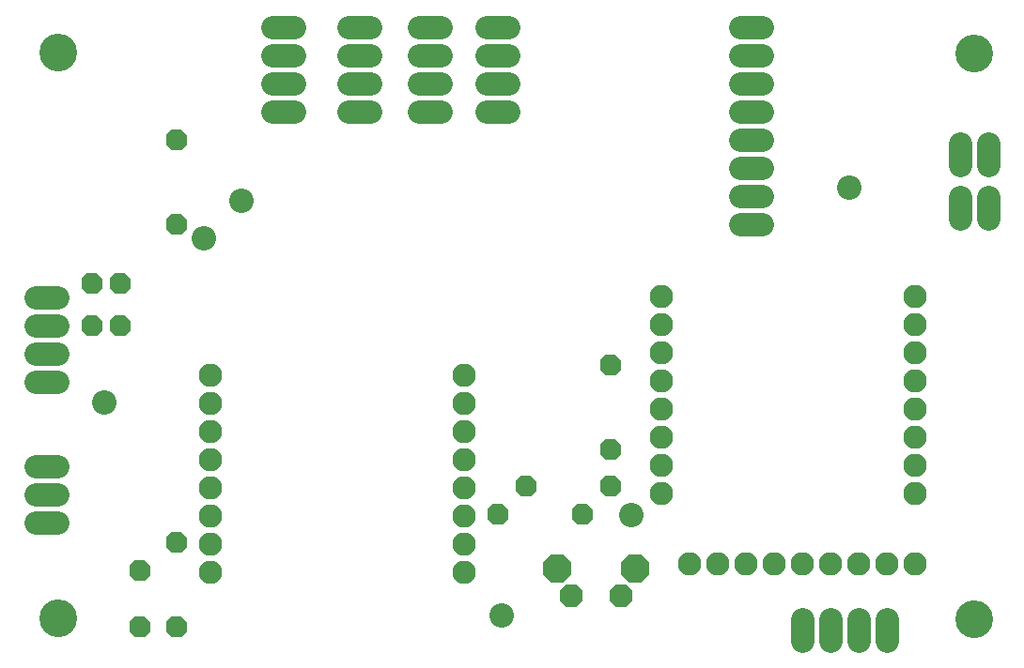
<source format=gbr>
G04 EAGLE Gerber RS-274X export*
G75*
%MOMM*%
%FSLAX34Y34*%
%LPD*%
%INSoldermask Bottom*%
%IPPOS*%
%AMOC8*
5,1,8,0,0,1.08239X$1,22.5*%
G01*
%ADD10P,2.073859X8X112.500000*%
%ADD11P,2.073859X8X292.500000*%
%ADD12C,3.403200*%
%ADD13C,2.103200*%
%ADD14P,2.276483X8X22.500000*%
%ADD15P,2.817678X8X22.500000*%
%ADD16P,2.073859X8X202.500000*%
%ADD17C,2.119200*%
%ADD18C,2.203200*%


D10*
X147160Y35640D03*
X147160Y111840D03*
D11*
X114140Y86360D03*
X114140Y35560D03*
D12*
X41200Y553640D03*
D13*
X177800Y110490D03*
X177800Y135890D03*
X177800Y161290D03*
X177800Y186690D03*
X177800Y212090D03*
X177800Y237490D03*
X177800Y262890D03*
X406400Y110490D03*
X406400Y135890D03*
X406400Y161290D03*
X406400Y186690D03*
X406400Y212090D03*
X406400Y237490D03*
X406400Y262890D03*
X177800Y85090D03*
X406400Y85090D03*
D14*
X503280Y63500D03*
X548280Y63500D03*
D15*
X560780Y88500D03*
X490780Y88500D03*
D16*
X513080Y137160D03*
X436880Y137160D03*
D17*
X40060Y332740D02*
X20900Y332740D01*
X20900Y307340D02*
X40060Y307340D01*
X40060Y281940D02*
X20900Y281940D01*
X20900Y256540D02*
X40060Y256540D01*
D11*
X147460Y474860D03*
X147460Y398660D03*
D12*
X866060Y42620D03*
X866060Y553160D03*
D16*
X96520Y345440D03*
X71120Y345440D03*
X96520Y307340D03*
X71120Y307340D03*
D10*
X538480Y195580D03*
X538480Y271780D03*
D17*
X322000Y576580D02*
X302840Y576580D01*
X302840Y551180D02*
X322000Y551180D01*
X322000Y525780D02*
X302840Y525780D01*
X302840Y500380D02*
X322000Y500380D01*
X253420Y576580D02*
X234260Y576580D01*
X234260Y551180D02*
X253420Y551180D01*
X253420Y525780D02*
X234260Y525780D01*
X234260Y500380D02*
X253420Y500380D01*
D16*
X538480Y162560D03*
X462280Y162560D03*
D17*
X655900Y576580D02*
X675060Y576580D01*
X675060Y551180D02*
X655900Y551180D01*
X655900Y525780D02*
X675060Y525780D01*
X675060Y500380D02*
X655900Y500380D01*
X655900Y474980D02*
X675060Y474980D01*
X675060Y449580D02*
X655900Y449580D01*
X655900Y424180D02*
X675060Y424180D01*
X675060Y398780D02*
X655900Y398780D01*
D12*
X41200Y43100D03*
D13*
X584200Y181610D03*
X584200Y207010D03*
X584200Y232410D03*
X584200Y257810D03*
X584200Y283210D03*
X584200Y308610D03*
X584200Y334010D03*
X812800Y181610D03*
X812800Y207010D03*
X812800Y232410D03*
X812800Y257810D03*
X812800Y283210D03*
X812800Y308610D03*
X812800Y334010D03*
X584200Y156210D03*
X812800Y156210D03*
X812800Y92710D03*
X787400Y92710D03*
X762000Y92710D03*
X736600Y92710D03*
X711200Y92710D03*
X685800Y92710D03*
X660400Y92710D03*
X635000Y92710D03*
X609600Y92710D03*
D17*
X787400Y42600D02*
X787400Y23440D01*
X762000Y23440D02*
X762000Y42600D01*
X736600Y42600D02*
X736600Y23440D01*
X711200Y23440D02*
X711200Y42600D01*
X40060Y129540D02*
X20900Y129540D01*
X20900Y154940D02*
X40060Y154940D01*
X40060Y180340D02*
X20900Y180340D01*
X366340Y576580D02*
X385500Y576580D01*
X385500Y551180D02*
X366340Y551180D01*
X366340Y525780D02*
X385500Y525780D01*
X385500Y500380D02*
X366340Y500380D01*
X427300Y576580D02*
X446460Y576580D01*
X446460Y551180D02*
X427300Y551180D01*
X427300Y525780D02*
X446460Y525780D01*
X446460Y500380D02*
X427300Y500380D01*
X853440Y423600D02*
X853440Y404440D01*
X878840Y404440D02*
X878840Y423600D01*
X853440Y452700D02*
X853440Y471860D01*
X878840Y471860D02*
X878840Y452700D01*
D18*
X172000Y386000D03*
X206000Y420000D03*
X556900Y136140D03*
X753460Y432340D03*
X82060Y238000D03*
X440340Y46220D03*
M02*

</source>
